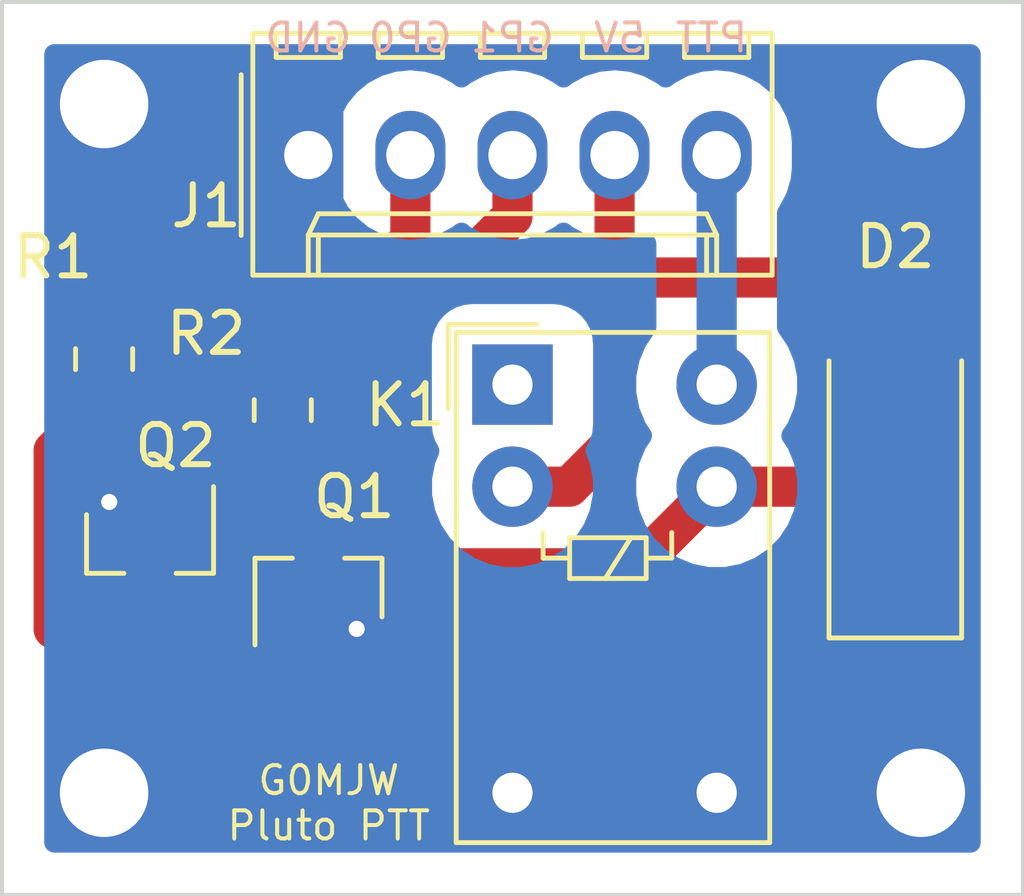
<source format=kicad_pcb>
(kicad_pcb (version 20171130) (host pcbnew "(5.1.2)-2")

  (general
    (thickness 1.6)
    (drawings 10)
    (tracks 35)
    (zones 0)
    (modules 11)
    (nets 10)
  )

  (page A4)
  (layers
    (0 F.Cu signal)
    (31 B.Cu signal)
    (32 B.Adhes user)
    (33 F.Adhes user)
    (34 B.Paste user)
    (35 F.Paste user)
    (36 B.SilkS user)
    (37 F.SilkS user)
    (38 B.Mask user)
    (39 F.Mask user)
    (40 Dwgs.User user hide)
    (41 Cmts.User user hide)
    (42 Eco1.User user)
    (43 Eco2.User user)
    (44 Edge.Cuts user)
    (45 Margin user)
    (46 B.CrtYd user)
    (47 F.CrtYd user)
    (48 B.Fab user hide)
    (49 F.Fab user hide)
  )

  (setup
    (last_trace_width 1)
    (user_trace_width 0.5)
    (user_trace_width 1)
    (user_trace_width 1.5)
    (user_trace_width 2)
    (trace_clearance 0.2)
    (zone_clearance 1)
    (zone_45_only yes)
    (trace_min 0.2)
    (via_size 0.8)
    (via_drill 0.4)
    (via_min_size 0.4)
    (via_min_drill 0.3)
    (uvia_size 0.3)
    (uvia_drill 0.1)
    (uvias_allowed no)
    (uvia_min_size 0.2)
    (uvia_min_drill 0.1)
    (edge_width 0.05)
    (segment_width 0.2)
    (pcb_text_width 0.3)
    (pcb_text_size 1.5 1.5)
    (mod_edge_width 0.12)
    (mod_text_size 1 1)
    (mod_text_width 0.15)
    (pad_size 2.7 2.7)
    (pad_drill 2.2)
    (pad_to_mask_clearance 0.051)
    (solder_mask_min_width 0.25)
    (aux_axis_origin 0 0)
    (visible_elements 7FFFFFFF)
    (pcbplotparams
      (layerselection 0x010fc_ffffffff)
      (usegerberextensions false)
      (usegerberattributes false)
      (usegerberadvancedattributes false)
      (creategerberjobfile false)
      (excludeedgelayer true)
      (linewidth 0.100000)
      (plotframeref false)
      (viasonmask false)
      (mode 1)
      (useauxorigin false)
      (hpglpennumber 1)
      (hpglpenspeed 20)
      (hpglpendiameter 15.000000)
      (psnegative false)
      (psa4output false)
      (plotreference true)
      (plotvalue true)
      (plotinvisibletext false)
      (padsonsilk false)
      (subtractmaskfromsilk false)
      (outputformat 1)
      (mirror false)
      (drillshape 0)
      (scaleselection 1)
      (outputdirectory ""))
  )

  (net 0 "")
  (net 1 GPIO1)
  (net 2 "Net-(D2-Pad1)")
  (net 3 +5V)
  (net 4 GND)
  (net 5 GPIO0)
  (net 6 PTT)
  (net 7 "Net-(K1-Pad1)")
  (net 8 "Net-(Q1-Pad1)")
  (net 9 "Net-(Q2-Pad1)")

  (net_class Default "This is the default net class."
    (clearance 0.2)
    (trace_width 0.25)
    (via_dia 0.8)
    (via_drill 0.4)
    (uvia_dia 0.3)
    (uvia_drill 0.1)
    (add_net +5V)
    (add_net GND)
    (add_net GPIO0)
    (add_net GPIO1)
    (add_net "Net-(D2-Pad1)")
    (add_net "Net-(K1-Pad1)")
    (add_net "Net-(Q1-Pad1)")
    (add_net "Net-(Q2-Pad1)")
    (add_net PTT)
  )

  (module Connector_Molex:Molex_KK-254_AE-6410-05A_1x05_P2.54mm_Vertical (layer F.Cu) (tedit 5A15A247) (tstamp 5DF40FB6)
    (at 64.77 41.275)
    (descr "Molex KK-254 Interconnect System, old/engineering part number: AE-6410-05A example for new part number: 22-27-2051, 5 Pins (http://www.molex.com/pdm_docs/sd/022272021_sd.pdf), generated with kicad-footprint-generator")
    (tags "connector Molex KK-254 side entry")
    (path /5DF47BC4)
    (fp_text reference J1 (at -2.54 1.27) (layer F.SilkS)
      (effects (font (size 1 1) (thickness 0.15)))
    )
    (fp_text value "IO Connector" (at 5.08 4.08) (layer F.Fab)
      (effects (font (size 1 1) (thickness 0.15)))
    )
    (fp_line (start -1.27 -2.92) (end -1.27 2.88) (layer F.Fab) (width 0.1))
    (fp_line (start -1.27 2.88) (end 11.43 2.88) (layer F.Fab) (width 0.1))
    (fp_line (start 11.43 2.88) (end 11.43 -2.92) (layer F.Fab) (width 0.1))
    (fp_line (start 11.43 -2.92) (end -1.27 -2.92) (layer F.Fab) (width 0.1))
    (fp_line (start -1.38 -3.03) (end -1.38 2.99) (layer F.SilkS) (width 0.12))
    (fp_line (start -1.38 2.99) (end 11.54 2.99) (layer F.SilkS) (width 0.12))
    (fp_line (start 11.54 2.99) (end 11.54 -3.03) (layer F.SilkS) (width 0.12))
    (fp_line (start 11.54 -3.03) (end -1.38 -3.03) (layer F.SilkS) (width 0.12))
    (fp_line (start -1.67 -2) (end -1.67 2) (layer F.SilkS) (width 0.12))
    (fp_line (start -1.27 -0.5) (end -0.562893 0) (layer F.Fab) (width 0.1))
    (fp_line (start -0.562893 0) (end -1.27 0.5) (layer F.Fab) (width 0.1))
    (fp_line (start 0 2.99) (end 0 1.99) (layer F.SilkS) (width 0.12))
    (fp_line (start 0 1.99) (end 10.16 1.99) (layer F.SilkS) (width 0.12))
    (fp_line (start 10.16 1.99) (end 10.16 2.99) (layer F.SilkS) (width 0.12))
    (fp_line (start 0 1.99) (end 0.25 1.46) (layer F.SilkS) (width 0.12))
    (fp_line (start 0.25 1.46) (end 9.91 1.46) (layer F.SilkS) (width 0.12))
    (fp_line (start 9.91 1.46) (end 10.16 1.99) (layer F.SilkS) (width 0.12))
    (fp_line (start 0.25 2.99) (end 0.25 1.99) (layer F.SilkS) (width 0.12))
    (fp_line (start 9.91 2.99) (end 9.91 1.99) (layer F.SilkS) (width 0.12))
    (fp_line (start -0.8 -3.03) (end -0.8 -2.43) (layer F.SilkS) (width 0.12))
    (fp_line (start -0.8 -2.43) (end 0.8 -2.43) (layer F.SilkS) (width 0.12))
    (fp_line (start 0.8 -2.43) (end 0.8 -3.03) (layer F.SilkS) (width 0.12))
    (fp_line (start 1.74 -3.03) (end 1.74 -2.43) (layer F.SilkS) (width 0.12))
    (fp_line (start 1.74 -2.43) (end 3.34 -2.43) (layer F.SilkS) (width 0.12))
    (fp_line (start 3.34 -2.43) (end 3.34 -3.03) (layer F.SilkS) (width 0.12))
    (fp_line (start 4.28 -3.03) (end 4.28 -2.43) (layer F.SilkS) (width 0.12))
    (fp_line (start 4.28 -2.43) (end 5.88 -2.43) (layer F.SilkS) (width 0.12))
    (fp_line (start 5.88 -2.43) (end 5.88 -3.03) (layer F.SilkS) (width 0.12))
    (fp_line (start 6.82 -3.03) (end 6.82 -2.43) (layer F.SilkS) (width 0.12))
    (fp_line (start 6.82 -2.43) (end 8.42 -2.43) (layer F.SilkS) (width 0.12))
    (fp_line (start 8.42 -2.43) (end 8.42 -3.03) (layer F.SilkS) (width 0.12))
    (fp_line (start 9.36 -3.03) (end 9.36 -2.43) (layer F.SilkS) (width 0.12))
    (fp_line (start 9.36 -2.43) (end 10.96 -2.43) (layer F.SilkS) (width 0.12))
    (fp_line (start 10.96 -2.43) (end 10.96 -3.03) (layer F.SilkS) (width 0.12))
    (fp_line (start -1.77 -3.42) (end -1.77 3.38) (layer F.CrtYd) (width 0.05))
    (fp_line (start -1.77 3.38) (end 11.93 3.38) (layer F.CrtYd) (width 0.05))
    (fp_line (start 11.93 3.38) (end 11.93 -3.42) (layer F.CrtYd) (width 0.05))
    (fp_line (start 11.93 -3.42) (end -1.77 -3.42) (layer F.CrtYd) (width 0.05))
    (fp_text user %R (at 5.08 -2.22) (layer F.Fab)
      (effects (font (size 1 1) (thickness 0.15)))
    )
    (pad 1 thru_hole rect (at 0 0) (size 1.74 2.2) (drill 1.2) (layers *.Cu *.Mask)
      (net 4 GND))
    (pad 2 thru_hole oval (at 2.54 0) (size 1.74 2.2) (drill 1.2) (layers *.Cu *.Mask)
      (net 5 GPIO0))
    (pad 3 thru_hole oval (at 5.08 0) (size 1.74 2.2) (drill 1.2) (layers *.Cu *.Mask)
      (net 1 GPIO1))
    (pad 4 thru_hole oval (at 7.62 0) (size 1.74 2.2) (drill 1.2) (layers *.Cu *.Mask)
      (net 3 +5V))
    (pad 5 thru_hole oval (at 10.16 0) (size 1.74 2.2) (drill 1.2) (layers *.Cu *.Mask)
      (net 6 PTT))
    (model ${KISYS3DMOD}/Connector_Molex.3dshapes/Molex_KK-254_AE-6410-05A_1x05_P2.54mm_Vertical.wrl
      (at (xyz 0 0 0))
      (scale (xyz 1 1 1))
      (rotate (xyz 0 0 0))
    )
  )

  (module Relay_THT:Relay_SPDT_Omron_G5V-1 (layer F.Cu) (tedit 5A57D9C3) (tstamp 5DF41DCB)
    (at 69.85 46.99)
    (descr "Relay Omron G5V-1, see http://omronfs.omron.com/en_US/ecb/products/pdf/en-g5v_1.pdf")
    (tags "Relay Omron G5V-1")
    (path /5DF3E046)
    (fp_text reference K1 (at -2.667 0.508) (layer F.SilkS)
      (effects (font (size 1 1) (thickness 0.15)))
    )
    (fp_text value G5V-1 (at 2.5 12.5) (layer F.Fab)
      (effects (font (size 1 1) (thickness 0.15)))
    )
    (fp_text user %R (at 2.54 6.35) (layer F.Fab)
      (effects (font (size 1 1) (thickness 0.15)))
    )
    (fp_line (start -1.6 -1.5) (end 0.6 -1.5) (layer F.SilkS) (width 0.12))
    (fp_line (start -1.6 0.6) (end -1.6 -1.5) (layer F.SilkS) (width 0.12))
    (fp_line (start -1.4 11.4) (end -1.4 -1.3) (layer F.SilkS) (width 0.12))
    (fp_line (start 6.4 11.4) (end -1.4 11.4) (layer F.SilkS) (width 0.12))
    (fp_line (start 6.4 -1.3) (end 6.4 11.4) (layer F.SilkS) (width 0.12))
    (fp_line (start -1.4 -1.3) (end 6.4 -1.3) (layer F.SilkS) (width 0.12))
    (fp_line (start -1.2 -0.1) (end -0.1 -1.1) (layer F.Fab) (width 0.12))
    (fp_line (start -1.2 11.2) (end -1.2 -0.1) (layer F.Fab) (width 0.12))
    (fp_line (start 6.2 11.2) (end -1.2 11.2) (layer F.Fab) (width 0.12))
    (fp_line (start 6.2 -1.1) (end 6.2 11.2) (layer F.Fab) (width 0.12))
    (fp_line (start -0.1 -1.1) (end 6.2 -1.1) (layer F.Fab) (width 0.12))
    (fp_line (start 2.946 3.81) (end 2.311 4.826) (layer F.SilkS) (width 0.12))
    (fp_line (start 0.762 3.683) (end 0.762 4.318) (layer F.SilkS) (width 0.12))
    (fp_line (start 0.762 4.318) (end 1.422 4.318) (layer F.SilkS) (width 0.12))
    (fp_line (start 3.962 3.683) (end 3.962 4.318) (layer F.SilkS) (width 0.12))
    (fp_line (start 3.962 4.318) (end 3.327 4.318) (layer F.SilkS) (width 0.12))
    (fp_line (start 3.327 3.81) (end 1.422 3.81) (layer F.SilkS) (width 0.12))
    (fp_line (start 1.422 3.81) (end 1.422 4.826) (layer F.SilkS) (width 0.12))
    (fp_line (start 1.422 4.826) (end 3.327 4.826) (layer F.SilkS) (width 0.12))
    (fp_line (start 3.327 3.81) (end 3.327 4.826) (layer F.SilkS) (width 0.12))
    (fp_line (start -1.45 -1.35) (end 6.45 -1.35) (layer F.CrtYd) (width 0.05))
    (fp_line (start -1.45 -1.35) (end -1.45 11.45) (layer F.CrtYd) (width 0.05))
    (fp_line (start 6.45 11.45) (end 6.45 -1.35) (layer F.CrtYd) (width 0.05))
    (fp_line (start 6.45 11.45) (end -1.45 11.45) (layer F.CrtYd) (width 0.05))
    (pad 10 thru_hole circle (at 5.08 0) (size 2 2) (drill 1) (layers *.Cu *.Mask)
      (net 6 PTT))
    (pad 9 thru_hole circle (at 5.08 2.54) (size 2 2) (drill 1) (layers *.Cu *.Mask)
      (net 2 "Net-(D2-Pad1)"))
    (pad 1 thru_hole rect (at 0 0) (size 2 2) (drill 1) (layers *.Cu *.Mask)
      (net 7 "Net-(K1-Pad1)"))
    (pad 2 thru_hole circle (at 0 2.54) (size 2 2) (drill 1) (layers *.Cu *.Mask)
      (net 3 +5V))
    (pad 6 thru_hole circle (at 5.08 10.16) (size 2 2) (drill 1) (layers *.Cu *.Mask)
      (net 4 GND))
    (pad 5 thru_hole circle (at 0 10.16) (size 2 2) (drill 1) (layers *.Cu *.Mask)
      (net 4 GND))
    (model ${KISYS3DMOD}/Relay_THT.3dshapes/Relay_SPDT_Omron_G5V-1.wrl
      (at (xyz 0 0 0))
      (scale (xyz 1 1 1))
      (rotate (xyz 0 0 0))
    )
  )

  (module Package_TO_SOT_SMD:SOT-23 (layer F.Cu) (tedit 5A02FF57) (tstamp 5DF412B0)
    (at 65.024 52.07 90)
    (descr "SOT-23, Standard")
    (tags SOT-23)
    (path /5DF46CB0)
    (attr smd)
    (fp_text reference Q1 (at 2.286 0.889 180) (layer F.SilkS)
      (effects (font (size 1 1) (thickness 0.15)))
    )
    (fp_text value MMBT3904 (at 0 2.5 90) (layer F.Fab)
      (effects (font (size 1 1) (thickness 0.15)))
    )
    (fp_text user %R (at 0 0) (layer F.Fab)
      (effects (font (size 0.5 0.5) (thickness 0.075)))
    )
    (fp_line (start -0.7 -0.95) (end -0.7 1.5) (layer F.Fab) (width 0.1))
    (fp_line (start -0.15 -1.52) (end 0.7 -1.52) (layer F.Fab) (width 0.1))
    (fp_line (start -0.7 -0.95) (end -0.15 -1.52) (layer F.Fab) (width 0.1))
    (fp_line (start 0.7 -1.52) (end 0.7 1.52) (layer F.Fab) (width 0.1))
    (fp_line (start -0.7 1.52) (end 0.7 1.52) (layer F.Fab) (width 0.1))
    (fp_line (start 0.76 1.58) (end 0.76 0.65) (layer F.SilkS) (width 0.12))
    (fp_line (start 0.76 -1.58) (end 0.76 -0.65) (layer F.SilkS) (width 0.12))
    (fp_line (start -1.7 -1.75) (end 1.7 -1.75) (layer F.CrtYd) (width 0.05))
    (fp_line (start 1.7 -1.75) (end 1.7 1.75) (layer F.CrtYd) (width 0.05))
    (fp_line (start 1.7 1.75) (end -1.7 1.75) (layer F.CrtYd) (width 0.05))
    (fp_line (start -1.7 1.75) (end -1.7 -1.75) (layer F.CrtYd) (width 0.05))
    (fp_line (start 0.76 -1.58) (end -1.4 -1.58) (layer F.SilkS) (width 0.12))
    (fp_line (start 0.76 1.58) (end -0.7 1.58) (layer F.SilkS) (width 0.12))
    (pad 1 smd rect (at -1 -0.95 90) (size 0.9 0.8) (layers F.Cu F.Paste F.Mask)
      (net 8 "Net-(Q1-Pad1)"))
    (pad 2 smd rect (at -1 0.95 90) (size 0.9 0.8) (layers F.Cu F.Paste F.Mask)
      (net 4 GND))
    (pad 3 smd rect (at 1 0 90) (size 0.9 0.8) (layers F.Cu F.Paste F.Mask)
      (net 2 "Net-(D2-Pad1)"))
    (model ${KISYS3DMOD}/Package_TO_SOT_SMD.3dshapes/SOT-23.wrl
      (at (xyz 0 0 0))
      (scale (xyz 1 1 1))
      (rotate (xyz 0 0 0))
    )
  )

  (module Resistor_SMD:R_0805_2012Metric_Pad1.15x1.40mm_HandSolder (layer F.Cu) (tedit 5B36C52B) (tstamp 5DF40FFF)
    (at 59.69 46.355 90)
    (descr "Resistor SMD 0805 (2012 Metric), square (rectangular) end terminal, IPC_7351 nominal with elongated pad for handsoldering. (Body size source: https://docs.google.com/spreadsheets/d/1BsfQQcO9C6DZCsRaXUlFlo91Tg2WpOkGARC1WS5S8t0/edit?usp=sharing), generated with kicad-footprint-generator")
    (tags "resistor handsolder")
    (path /5DF4265A)
    (attr smd)
    (fp_text reference R1 (at 2.54 -1.27 180) (layer F.SilkS)
      (effects (font (size 1 1) (thickness 0.15)))
    )
    (fp_text value 4k7 (at 0 1.65 90) (layer F.Fab)
      (effects (font (size 1 1) (thickness 0.15)))
    )
    (fp_line (start -1 0.6) (end -1 -0.6) (layer F.Fab) (width 0.1))
    (fp_line (start -1 -0.6) (end 1 -0.6) (layer F.Fab) (width 0.1))
    (fp_line (start 1 -0.6) (end 1 0.6) (layer F.Fab) (width 0.1))
    (fp_line (start 1 0.6) (end -1 0.6) (layer F.Fab) (width 0.1))
    (fp_line (start -0.261252 -0.71) (end 0.261252 -0.71) (layer F.SilkS) (width 0.12))
    (fp_line (start -0.261252 0.71) (end 0.261252 0.71) (layer F.SilkS) (width 0.12))
    (fp_line (start -1.85 0.95) (end -1.85 -0.95) (layer F.CrtYd) (width 0.05))
    (fp_line (start -1.85 -0.95) (end 1.85 -0.95) (layer F.CrtYd) (width 0.05))
    (fp_line (start 1.85 -0.95) (end 1.85 0.95) (layer F.CrtYd) (width 0.05))
    (fp_line (start 1.85 0.95) (end -1.85 0.95) (layer F.CrtYd) (width 0.05))
    (fp_text user %R (at 0 0 90) (layer F.Fab)
      (effects (font (size 0.5 0.5) (thickness 0.08)))
    )
    (pad 1 smd roundrect (at -1.025 0 90) (size 1.15 1.4) (layers F.Cu F.Paste F.Mask) (roundrect_rratio 0.217391)
      (net 8 "Net-(Q1-Pad1)"))
    (pad 2 smd roundrect (at 1.025 0 90) (size 1.15 1.4) (layers F.Cu F.Paste F.Mask) (roundrect_rratio 0.217391)
      (net 5 GPIO0))
    (model ${KISYS3DMOD}/Resistor_SMD.3dshapes/R_0805_2012Metric.wrl
      (at (xyz 0 0 0))
      (scale (xyz 1 1 1))
      (rotate (xyz 0 0 0))
    )
  )

  (module Resistor_SMD:R_0805_2012Metric_Pad1.15x1.40mm_HandSolder (layer F.Cu) (tedit 5B36C52B) (tstamp 5DF41B46)
    (at 64.135 47.625 90)
    (descr "Resistor SMD 0805 (2012 Metric), square (rectangular) end terminal, IPC_7351 nominal with elongated pad for handsoldering. (Body size source: https://docs.google.com/spreadsheets/d/1BsfQQcO9C6DZCsRaXUlFlo91Tg2WpOkGARC1WS5S8t0/edit?usp=sharing), generated with kicad-footprint-generator")
    (tags "resistor handsolder")
    (path /5DF45CC4)
    (attr smd)
    (fp_text reference R2 (at 1.905 -1.905 180) (layer F.SilkS)
      (effects (font (size 1 1) (thickness 0.15)))
    )
    (fp_text value 4k7 (at 0 1.65 90) (layer F.Fab)
      (effects (font (size 1 1) (thickness 0.15)))
    )
    (fp_text user %R (at 0.001999 0 270) (layer F.Fab)
      (effects (font (size 0.5 0.5) (thickness 0.08)))
    )
    (fp_line (start 1.85 0.95) (end -1.85 0.95) (layer F.CrtYd) (width 0.05))
    (fp_line (start 1.85 -0.95) (end 1.85 0.95) (layer F.CrtYd) (width 0.05))
    (fp_line (start -1.85 -0.95) (end 1.85 -0.95) (layer F.CrtYd) (width 0.05))
    (fp_line (start -1.85 0.95) (end -1.85 -0.95) (layer F.CrtYd) (width 0.05))
    (fp_line (start -0.261252 0.71) (end 0.261252 0.71) (layer F.SilkS) (width 0.12))
    (fp_line (start -0.261252 -0.71) (end 0.261252 -0.71) (layer F.SilkS) (width 0.12))
    (fp_line (start 1 0.6) (end -1 0.6) (layer F.Fab) (width 0.1))
    (fp_line (start 1 -0.6) (end 1 0.6) (layer F.Fab) (width 0.1))
    (fp_line (start -1 -0.6) (end 1 -0.6) (layer F.Fab) (width 0.1))
    (fp_line (start -1 0.6) (end -1 -0.6) (layer F.Fab) (width 0.1))
    (pad 2 smd roundrect (at 1.025 0 90) (size 1.15 1.4) (layers F.Cu F.Paste F.Mask) (roundrect_rratio 0.217391)
      (net 1 GPIO1))
    (pad 1 smd roundrect (at -1.025 0 90) (size 1.15 1.4) (layers F.Cu F.Paste F.Mask) (roundrect_rratio 0.217391)
      (net 9 "Net-(Q2-Pad1)"))
    (model ${KISYS3DMOD}/Resistor_SMD.3dshapes/R_0805_2012Metric.wrl
      (at (xyz 0 0 0))
      (scale (xyz 1 1 1))
      (rotate (xyz 0 0 0))
    )
  )

  (module Diode_SMD:D_SMA_Handsoldering (layer F.Cu) (tedit 58643398) (tstamp 5DF4189F)
    (at 79.375 48.895 90)
    (descr "Diode SMA (DO-214AC) Handsoldering")
    (tags "Diode SMA (DO-214AC) Handsoldering")
    (path /5DF40BB2)
    (attr smd)
    (fp_text reference D2 (at 5.334 0 180) (layer F.SilkS)
      (effects (font (size 1 1) (thickness 0.15)))
    )
    (fp_text value SM4001 (at 0 2.6 90) (layer F.Fab)
      (effects (font (size 1 1) (thickness 0.15)))
    )
    (fp_text user %R (at 0 -2.5 90) (layer F.Fab)
      (effects (font (size 1 1) (thickness 0.15)))
    )
    (fp_line (start -4.4 -1.65) (end -4.4 1.65) (layer F.SilkS) (width 0.12))
    (fp_line (start 2.3 1.5) (end -2.3 1.5) (layer F.Fab) (width 0.1))
    (fp_line (start -2.3 1.5) (end -2.3 -1.5) (layer F.Fab) (width 0.1))
    (fp_line (start 2.3 -1.5) (end 2.3 1.5) (layer F.Fab) (width 0.1))
    (fp_line (start 2.3 -1.5) (end -2.3 -1.5) (layer F.Fab) (width 0.1))
    (fp_line (start -4.5 -1.75) (end 4.5 -1.75) (layer F.CrtYd) (width 0.05))
    (fp_line (start 4.5 -1.75) (end 4.5 1.75) (layer F.CrtYd) (width 0.05))
    (fp_line (start 4.5 1.75) (end -4.5 1.75) (layer F.CrtYd) (width 0.05))
    (fp_line (start -4.5 1.75) (end -4.5 -1.75) (layer F.CrtYd) (width 0.05))
    (fp_line (start -0.64944 0.00102) (end -1.55114 0.00102) (layer F.Fab) (width 0.1))
    (fp_line (start 0.50118 0.00102) (end 1.4994 0.00102) (layer F.Fab) (width 0.1))
    (fp_line (start -0.64944 -0.79908) (end -0.64944 0.80112) (layer F.Fab) (width 0.1))
    (fp_line (start 0.50118 0.75032) (end 0.50118 -0.79908) (layer F.Fab) (width 0.1))
    (fp_line (start -0.64944 0.00102) (end 0.50118 0.75032) (layer F.Fab) (width 0.1))
    (fp_line (start -0.64944 0.00102) (end 0.50118 -0.79908) (layer F.Fab) (width 0.1))
    (fp_line (start -4.4 1.65) (end 2.5 1.65) (layer F.SilkS) (width 0.12))
    (fp_line (start -4.4 -1.65) (end 2.5 -1.65) (layer F.SilkS) (width 0.12))
    (pad 1 smd rect (at -2.5 0 90) (size 3.5 1.8) (layers F.Cu F.Paste F.Mask)
      (net 2 "Net-(D2-Pad1)"))
    (pad 2 smd rect (at 2.5 0 90) (size 3.5 1.8) (layers F.Cu F.Paste F.Mask)
      (net 3 +5V))
    (model ${KISYS3DMOD}/Diode_SMD.3dshapes/D_SMA.wrl
      (at (xyz 0 0 0))
      (scale (xyz 1 1 1))
      (rotate (xyz 0 0 0))
    )
  )

  (module Package_TO_SOT_SMD:SOT-23 (layer F.Cu) (tedit 5A02FF57) (tstamp 5DF4C4C8)
    (at 60.833 50.927 270)
    (descr "SOT-23, Standard")
    (tags SOT-23)
    (path /5DF4D748)
    (attr smd)
    (fp_text reference Q2 (at -2.413 -0.635 180) (layer F.SilkS)
      (effects (font (size 1 1) (thickness 0.15)))
    )
    (fp_text value MMBT3904 (at 0 2.5 90) (layer F.Fab)
      (effects (font (size 1 1) (thickness 0.15)))
    )
    (fp_text user %R (at 0 0) (layer F.Fab)
      (effects (font (size 0.5 0.5) (thickness 0.075)))
    )
    (fp_line (start -0.7 -0.95) (end -0.7 1.5) (layer F.Fab) (width 0.1))
    (fp_line (start -0.15 -1.52) (end 0.7 -1.52) (layer F.Fab) (width 0.1))
    (fp_line (start -0.7 -0.95) (end -0.15 -1.52) (layer F.Fab) (width 0.1))
    (fp_line (start 0.7 -1.52) (end 0.7 1.52) (layer F.Fab) (width 0.1))
    (fp_line (start -0.7 1.52) (end 0.7 1.52) (layer F.Fab) (width 0.1))
    (fp_line (start 0.76 1.58) (end 0.76 0.65) (layer F.SilkS) (width 0.12))
    (fp_line (start 0.76 -1.58) (end 0.76 -0.65) (layer F.SilkS) (width 0.12))
    (fp_line (start -1.7 -1.75) (end 1.7 -1.75) (layer F.CrtYd) (width 0.05))
    (fp_line (start 1.7 -1.75) (end 1.7 1.75) (layer F.CrtYd) (width 0.05))
    (fp_line (start 1.7 1.75) (end -1.7 1.75) (layer F.CrtYd) (width 0.05))
    (fp_line (start -1.7 1.75) (end -1.7 -1.75) (layer F.CrtYd) (width 0.05))
    (fp_line (start 0.76 -1.58) (end -1.4 -1.58) (layer F.SilkS) (width 0.12))
    (fp_line (start 0.76 1.58) (end -0.7 1.58) (layer F.SilkS) (width 0.12))
    (pad 1 smd rect (at -1 -0.95 270) (size 0.9 0.8) (layers F.Cu F.Paste F.Mask)
      (net 9 "Net-(Q2-Pad1)"))
    (pad 2 smd rect (at -1 0.95 270) (size 0.9 0.8) (layers F.Cu F.Paste F.Mask)
      (net 4 GND))
    (pad 3 smd rect (at 1 0 270) (size 0.9 0.8) (layers F.Cu F.Paste F.Mask)
      (net 8 "Net-(Q1-Pad1)"))
    (model ${KISYS3DMOD}/Package_TO_SOT_SMD.3dshapes/SOT-23.wrl
      (at (xyz 0 0 0))
      (scale (xyz 1 1 1))
      (rotate (xyz 0 0 0))
    )
  )

  (module MountingHole:MountingHole_2.2mm_M2 (layer F.Cu) (tedit 5DF4CCBC) (tstamp 5DF4CAB4)
    (at 59.69 40.005)
    (descr "Mounting Hole 2.2mm, no annular, M2")
    (tags "mounting hole 2.2mm no annular m2")
    (path /5DF585C5)
    (attr virtual)
    (fp_text reference MH1 (at 0 -3.2) (layer Cmts.User) hide
      (effects (font (size 1 1) (thickness 0.15)))
    )
    (fp_text value MountingHole (at 0 3.2) (layer F.Fab)
      (effects (font (size 1 1) (thickness 0.15)))
    )
    (fp_text user %R (at 0.3 0) (layer F.Fab)
      (effects (font (size 1 1) (thickness 0.15)))
    )
    (fp_circle (center 0 0) (end 2.2 0) (layer Cmts.User) (width 0.15))
    (fp_circle (center 0 0) (end 2.45 0) (layer F.CrtYd) (width 0.05))
    (pad "" thru_hole circle (at 0 0) (size 2.7 2.7) (drill 2.2) (layers *.Cu *.Mask)
      (net 4 GND))
  )

  (module MountingHole:MountingHole_2.2mm_M2 (layer F.Cu) (tedit 5DF4CCA9) (tstamp 5DF4CABC)
    (at 80.01 40.005)
    (descr "Mounting Hole 2.2mm, no annular, M2")
    (tags "mounting hole 2.2mm no annular m2")
    (path /5DF58E2B)
    (attr virtual)
    (fp_text reference MH2 (at 0 -3.2) (layer Cmts.User) hide
      (effects (font (size 1 1) (thickness 0.15)))
    )
    (fp_text value MountingHole (at 0 3.2) (layer F.Fab)
      (effects (font (size 1 1) (thickness 0.15)))
    )
    (fp_circle (center 0 0) (end 2.45 0) (layer F.CrtYd) (width 0.05))
    (fp_circle (center 0 0) (end 2.2 0) (layer Cmts.User) (width 0.15))
    (fp_text user %R (at 0.3 0) (layer F.Fab)
      (effects (font (size 1 1) (thickness 0.15)))
    )
    (pad 1 thru_hole circle (at 0 0) (size 2.7 2.7) (drill 2.2) (layers *.Cu *.Mask)
      (net 4 GND))
  )

  (module MountingHole:MountingHole_2.2mm_M2 (layer F.Cu) (tedit 5DF4CCED) (tstamp 5DF4CAC4)
    (at 80.01 57.15)
    (descr "Mounting Hole 2.2mm, no annular, M2")
    (tags "mounting hole 2.2mm no annular m2")
    (path /5DF5916D)
    (attr virtual)
    (fp_text reference MH3 (at 0 -3.2) (layer Cmts.User) hide
      (effects (font (size 1 1) (thickness 0.15)))
    )
    (fp_text value MountingHole (at 0 3.2) (layer F.Fab)
      (effects (font (size 1 1) (thickness 0.15)))
    )
    (fp_text user %R (at 0.3 0) (layer F.Fab)
      (effects (font (size 1 1) (thickness 0.15)))
    )
    (fp_circle (center 0 0) (end 2.2 0) (layer Cmts.User) (width 0.15))
    (fp_circle (center 0 0) (end 2.45 0) (layer F.CrtYd) (width 0.05))
    (pad "" thru_hole circle (at 0 0) (size 2.7 2.7) (drill 2.2) (layers *.Cu *.Mask)
      (net 4 GND))
  )

  (module MountingHole:MountingHole_2.2mm_M2 (layer F.Cu) (tedit 5DF4CCCD) (tstamp 5DF4CACC)
    (at 59.69 57.15)
    (descr "Mounting Hole 2.2mm, no annular, M2")
    (tags "mounting hole 2.2mm no annular m2")
    (path /5DF593A6)
    (attr virtual)
    (fp_text reference MH4 (at 0 -3.2) (layer Cmts.User) hide
      (effects (font (size 1 1) (thickness 0.15)))
    )
    (fp_text value MountingHole (at 0 3.2) (layer F.Fab)
      (effects (font (size 1 1) (thickness 0.15)))
    )
    (fp_circle (center 0 0) (end 2.45 0) (layer F.CrtYd) (width 0.05))
    (fp_circle (center 0 0) (end 2.2 0) (layer Cmts.User) (width 0.15))
    (fp_text user %R (at 0.3 0) (layer F.Fab)
      (effects (font (size 1 1) (thickness 0.15)))
    )
    (pad "" thru_hole circle (at 0 0) (size 2.7 2.7) (drill 2.2) (layers *.Cu *.Mask)
      (net 4 GND))
  )

  (gr_text "G0MJW\nPluto PTT" (at 65.278 57.404) (layer F.SilkS)
    (effects (font (size 0.7 0.7) (thickness 0.1)))
  )
  (gr_text PTT (at 74.803 38.354) (layer B.SilkS) (tstamp 5DF4DA7B)
    (effects (font (size 0.7 0.7) (thickness 0.1)) (justify mirror))
  )
  (gr_text 5V (at 72.517 38.354) (layer B.SilkS) (tstamp 5DF4DA78)
    (effects (font (size 0.7 0.7) (thickness 0.1)) (justify mirror))
  )
  (gr_text GP1 (at 69.85 38.354) (layer B.SilkS) (tstamp 5DF4DA43)
    (effects (font (size 0.7 0.7) (thickness 0.1)) (justify mirror))
  )
  (gr_text GP0 (at 67.31 38.354) (layer B.SilkS) (tstamp 5DF4DA3F)
    (effects (font (size 0.7 0.7) (thickness 0.1)) (justify mirror))
  )
  (gr_text GND (at 64.77 38.354) (layer B.SilkS)
    (effects (font (size 0.7 0.7) (thickness 0.1)) (justify mirror))
  )
  (gr_line (start 82.55 37.465) (end 57.15 37.465) (layer Edge.Cuts) (width 0.1))
  (gr_line (start 82.55 59.69) (end 82.55 37.465) (layer Edge.Cuts) (width 0.1))
  (gr_line (start 57.15 59.69) (end 82.55 59.69) (layer Edge.Cuts) (width 0.1))
  (gr_line (start 57.15 37.465) (end 57.15 59.69) (layer Edge.Cuts) (width 0.1))

  (via (at 59.817 49.911) (size 0.8) (drill 0.4) (layers F.Cu B.Cu) (net 4))
  (segment (start 66.049 46.6) (end 64.135 46.6) (width 1) (layer F.Cu) (net 1))
  (segment (start 69.85 41.275) (end 69.85 42.799) (width 1) (layer F.Cu) (net 1))
  (segment (start 69.85 42.799) (end 66.049 46.6) (width 1) (layer F.Cu) (net 1))
  (segment (start 65.924 51.07) (end 66.416 51.562) (width 1) (layer F.Cu) (net 2))
  (segment (start 65.024 51.07) (end 65.924 51.07) (width 1) (layer F.Cu) (net 2))
  (segment (start 72.898 51.562) (end 74.93 49.53) (width 1) (layer F.Cu) (net 2))
  (segment (start 66.416 51.562) (end 72.898 51.562) (width 1) (layer F.Cu) (net 2))
  (segment (start 77.51 49.53) (end 79.375 51.395) (width 1) (layer F.Cu) (net 2))
  (segment (start 74.93 49.53) (end 77.51 49.53) (width 1) (layer F.Cu) (net 2))
  (segment (start 71.264213 49.53) (end 69.85 49.53) (width 1) (layer F.Cu) (net 3))
  (segment (start 72.39 48.404213) (end 71.264213 49.53) (width 1) (layer F.Cu) (net 3))
  (segment (start 79.375 46.395) (end 79.375 44.577) (width 1) (layer F.Cu) (net 3))
  (segment (start 79.121 44.323) (end 72.39 44.323) (width 1) (layer F.Cu) (net 3))
  (segment (start 79.375 44.577) (end 79.121 44.323) (width 1) (layer F.Cu) (net 3))
  (segment (start 72.39 41.275) (end 72.39 44.323) (width 1) (layer F.Cu) (net 3))
  (segment (start 72.39 44.323) (end 72.39 48.404213) (width 1) (layer F.Cu) (net 3))
  (segment (start 74.93 57.15) (end 69.85 57.15) (width 1) (layer F.Cu) (net 4))
  (segment (start 65.974 53.274) (end 69.85 57.15) (width 1) (layer F.Cu) (net 4))
  (segment (start 65.974 53.07) (end 65.974 53.07) (width 1) (layer F.Cu) (net 4))
  (segment (start 65.974 53.07) (end 65.974 53.274) (width 1) (layer F.Cu) (net 4) (tstamp 5DF4D4C4))
  (via (at 65.974 53.07) (size 0.8) (drill 0.4) (layers F.Cu B.Cu) (net 4))
  (segment (start 67.31 43.375) (end 66.235 44.45) (width 1) (layer F.Cu) (net 5))
  (segment (start 67.31 41.275) (end 67.31 43.375) (width 1) (layer F.Cu) (net 5))
  (segment (start 60.57 44.45) (end 59.69 45.33) (width 1) (layer F.Cu) (net 5))
  (segment (start 66.235 44.45) (end 60.57 44.45) (width 1) (layer F.Cu) (net 5))
  (segment (start 74.93 41.275) (end 74.93 46.99) (width 1) (layer B.Cu) (net 6))
  (segment (start 60.833 52.832) (end 61.071 53.07) (width 1) (layer F.Cu) (net 8))
  (segment (start 60.833 51.927) (end 60.833 52.832) (width 1) (layer F.Cu) (net 8))
  (segment (start 64.074 53.07) (end 61.071 53.07) (width 1) (layer F.Cu) (net 8))
  (segment (start 61.071 53.07) (end 58.436 53.07) (width 1) (layer F.Cu) (net 8))
  (segment (start 58.436 48.634) (end 59.69 47.38) (width 1) (layer F.Cu) (net 8))
  (segment (start 58.436 53.07) (end 58.436 48.634) (width 1) (layer F.Cu) (net 8))
  (segment (start 62.858 49.927) (end 64.135 48.65) (width 1) (layer F.Cu) (net 9))
  (segment (start 61.783 49.927) (end 62.858 49.927) (width 1) (layer F.Cu) (net 9))

  (zone (net 4) (net_name GND) (layer B.Cu) (tstamp 5DF4D889) (hatch edge 0.508)
    (connect_pads yes (clearance 1))
    (min_thickness 0.5)
    (fill yes (arc_segments 32) (thermal_gap 0.508) (thermal_bridge_width 0.508))
    (polygon
      (pts
        (xy 57.15 37.465) (xy 57.15 59.69) (xy 82.55 59.69) (xy 82.55 37.465)
      )
    )
    (filled_polygon
      (pts
        (xy 81.25 58.39) (xy 58.45 58.39) (xy 58.45 45.99) (xy 67.593952 45.99) (xy 67.593952 47.99)
        (xy 67.618087 48.235043) (xy 67.689563 48.470669) (xy 67.781872 48.643368) (xy 67.686466 48.873699) (xy 67.6 49.308394)
        (xy 67.6 49.751606) (xy 67.686466 50.186301) (xy 67.856076 50.595775) (xy 68.102311 50.964292) (xy 68.415708 51.277689)
        (xy 68.784225 51.523924) (xy 69.193699 51.693534) (xy 69.628394 51.78) (xy 70.071606 51.78) (xy 70.506301 51.693534)
        (xy 70.915775 51.523924) (xy 71.284292 51.277689) (xy 71.597689 50.964292) (xy 71.843924 50.595775) (xy 72.013534 50.186301)
        (xy 72.1 49.751606) (xy 72.1 49.308394) (xy 72.013534 48.873699) (xy 71.918128 48.643368) (xy 72.010437 48.470669)
        (xy 72.081913 48.235043) (xy 72.106048 47.99) (xy 72.106048 45.99) (xy 72.081913 45.744957) (xy 72.010437 45.509331)
        (xy 71.894366 45.292177) (xy 71.73816 45.10184) (xy 71.547823 44.945634) (xy 71.330669 44.829563) (xy 71.095043 44.758087)
        (xy 70.85 44.733952) (xy 68.85 44.733952) (xy 68.604957 44.758087) (xy 68.369331 44.829563) (xy 68.152177 44.945634)
        (xy 67.96184 45.10184) (xy 67.805634 45.292177) (xy 67.689563 45.509331) (xy 67.618087 45.744957) (xy 67.593952 45.99)
        (xy 58.45 45.99) (xy 58.45 40.940859) (xy 65.19 40.940859) (xy 65.19 41.609142) (xy 65.220675 41.920593)
        (xy 65.341899 42.320214) (xy 65.538756 42.688507) (xy 65.803682 43.011319) (xy 66.126494 43.276244) (xy 66.494787 43.473101)
        (xy 66.894408 43.594325) (xy 67.31 43.635257) (xy 67.725593 43.594325) (xy 68.125214 43.473101) (xy 68.493507 43.276244)
        (xy 68.580001 43.205261) (xy 68.666494 43.276244) (xy 69.034787 43.473101) (xy 69.434408 43.594325) (xy 69.85 43.635257)
        (xy 70.265593 43.594325) (xy 70.665214 43.473101) (xy 71.033507 43.276244) (xy 71.120001 43.205261) (xy 71.206494 43.276244)
        (xy 71.574787 43.473101) (xy 71.974408 43.594325) (xy 72.39 43.635257) (xy 72.805593 43.594325) (xy 73.18 43.480749)
        (xy 73.180001 45.559166) (xy 72.936076 45.924225) (xy 72.766466 46.333699) (xy 72.68 46.768394) (xy 72.68 47.211606)
        (xy 72.766466 47.646301) (xy 72.936076 48.055775) (xy 73.072535 48.26) (xy 72.936076 48.464225) (xy 72.766466 48.873699)
        (xy 72.68 49.308394) (xy 72.68 49.751606) (xy 72.766466 50.186301) (xy 72.936076 50.595775) (xy 73.182311 50.964292)
        (xy 73.495708 51.277689) (xy 73.864225 51.523924) (xy 74.273699 51.693534) (xy 74.708394 51.78) (xy 75.151606 51.78)
        (xy 75.586301 51.693534) (xy 75.995775 51.523924) (xy 76.364292 51.277689) (xy 76.677689 50.964292) (xy 76.923924 50.595775)
        (xy 77.093534 50.186301) (xy 77.18 49.751606) (xy 77.18 49.308394) (xy 77.093534 48.873699) (xy 76.923924 48.464225)
        (xy 76.787465 48.26) (xy 76.923924 48.055775) (xy 77.093534 47.646301) (xy 77.18 47.211606) (xy 77.18 46.768394)
        (xy 77.093534 46.333699) (xy 76.923924 45.924225) (xy 76.68 45.559167) (xy 76.68 42.714393) (xy 76.701244 42.688507)
        (xy 76.898101 42.320213) (xy 77.019325 41.920592) (xy 77.05 41.609141) (xy 77.05 40.940858) (xy 77.019325 40.629407)
        (xy 76.898101 40.229786) (xy 76.701244 39.861493) (xy 76.436319 39.538681) (xy 76.113507 39.273756) (xy 75.745213 39.076899)
        (xy 75.345592 38.955675) (xy 74.93 38.914743) (xy 74.514407 38.955675) (xy 74.114786 39.076899) (xy 73.746493 39.273756)
        (xy 73.66 39.344739) (xy 73.573507 39.273756) (xy 73.205213 39.076899) (xy 72.805592 38.955675) (xy 72.39 38.914743)
        (xy 71.974407 38.955675) (xy 71.574786 39.076899) (xy 71.206493 39.273756) (xy 71.12 39.344739) (xy 71.033507 39.273756)
        (xy 70.665213 39.076899) (xy 70.265592 38.955675) (xy 69.85 38.914743) (xy 69.434407 38.955675) (xy 69.034786 39.076899)
        (xy 68.666493 39.273756) (xy 68.58 39.344739) (xy 68.493507 39.273756) (xy 68.125213 39.076899) (xy 67.725592 38.955675)
        (xy 67.31 38.914743) (xy 66.894407 38.955675) (xy 66.494786 39.076899) (xy 66.126493 39.273756) (xy 65.803681 39.538681)
        (xy 65.538756 39.861493) (xy 65.341899 40.229787) (xy 65.220675 40.629408) (xy 65.19 40.940859) (xy 58.45 40.940859)
        (xy 58.45 38.765) (xy 81.250001 38.765)
      )
    )
  )
)

</source>
